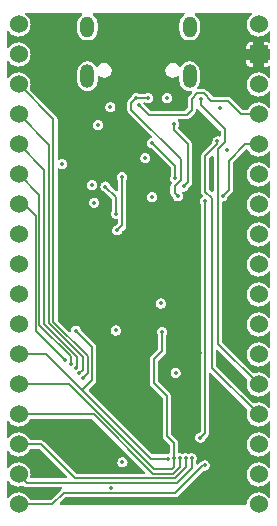
<source format=gbl>
G04 Layer: BottomLayer*
G04 EasyEDA v6.5.50, 2025-05-29 20:10:11*
G04 51d2a156a5c9454999fc887beed5754f,29d699c3718f4358a2dc827e738e4458,10*
G04 Gerber Generator version 0.2*
G04 Scale: 100 percent, Rotated: No, Reflected: No *
G04 Dimensions in inches *
G04 leading zeros omitted , absolute positions ,3 integer and 6 decimal *
%FSLAX36Y36*%
%MOIN*%

%ADD10C,0.0079*%
%ADD11O,0.047244X0.070866*%
%ADD12O,0.047244X0.07873999999999999*%
%ADD13C,0.0600*%
%ADD14R,0.0600X0.0600*%
%ADD15C,0.0240*%
%ADD16C,0.0138*%
%ADD17C,0.0198*%

%LPD*%
G36*
X245859Y-259220D02*
G01*
X244340Y-258900D01*
X243039Y-258039D01*
X237300Y-252320D01*
X236439Y-251020D01*
X236140Y-249480D01*
X236140Y-147520D01*
X236439Y-145980D01*
X237300Y-144680D01*
X243039Y-138960D01*
X244340Y-138100D01*
X245859Y-137780D01*
X247399Y-138100D01*
X248700Y-138960D01*
X249560Y-140260D01*
X249860Y-141780D01*
X249860Y-255219D01*
X249560Y-256740D01*
X248700Y-258039D01*
X247399Y-258900D01*
G37*

%LPD*%
G36*
X435319Y-878199D02*
G01*
X433720Y-877640D01*
X432500Y-876480D01*
X431540Y-875080D01*
X427939Y-871100D01*
X423840Y-867640D01*
X419320Y-864760D01*
X414440Y-862500D01*
X409320Y-860900D01*
X404020Y-860000D01*
X398660Y-859820D01*
X393320Y-860360D01*
X388100Y-861620D01*
X385840Y-862480D01*
X384320Y-862740D01*
X382840Y-862420D01*
X381560Y-861580D01*
X279300Y-759320D01*
X278440Y-758020D01*
X278140Y-756480D01*
X278140Y-292900D01*
X278380Y-291500D01*
X279120Y-290280D01*
X280220Y-289400D01*
X281560Y-288940D01*
X284020Y-288600D01*
X287100Y-287520D01*
X289900Y-285900D01*
X292360Y-283780D01*
X294360Y-281220D01*
X295840Y-278340D01*
X296480Y-276200D01*
X296880Y-275300D01*
X297480Y-274500D01*
X309840Y-262140D01*
X311840Y-259680D01*
X313180Y-257060D01*
X313960Y-254160D01*
X314140Y-251840D01*
X314140Y-162520D01*
X314440Y-160980D01*
X315300Y-159680D01*
X357780Y-117220D01*
X358980Y-116380D01*
X360379Y-116039D01*
X361820Y-116220D01*
X363100Y-116900D01*
X364060Y-118000D01*
X366860Y-122739D01*
X370180Y-126960D01*
X374040Y-130700D01*
X378380Y-133880D01*
X383080Y-136460D01*
X388080Y-138380D01*
X393320Y-139640D01*
X398660Y-140160D01*
X404020Y-139980D01*
X409320Y-139100D01*
X414440Y-137500D01*
X419320Y-135240D01*
X423840Y-132360D01*
X427939Y-128880D01*
X431540Y-124900D01*
X432500Y-123500D01*
X433720Y-122360D01*
X435319Y-121800D01*
X436980Y-121940D01*
X438440Y-122780D01*
X439440Y-124120D01*
X439799Y-125760D01*
X439799Y-174220D01*
X439440Y-175859D01*
X438440Y-177220D01*
X436980Y-178039D01*
X435319Y-178180D01*
X433720Y-177640D01*
X432500Y-176480D01*
X431540Y-175080D01*
X427939Y-171100D01*
X423840Y-167640D01*
X419320Y-164740D01*
X414440Y-162480D01*
X409320Y-160900D01*
X404020Y-160000D01*
X398660Y-159820D01*
X393320Y-160360D01*
X388100Y-161600D01*
X383080Y-163540D01*
X378380Y-166119D01*
X374060Y-169300D01*
X370200Y-173039D01*
X366860Y-177240D01*
X364120Y-181860D01*
X362040Y-186820D01*
X360620Y-191980D01*
X359900Y-197300D01*
X359900Y-202680D01*
X360620Y-208000D01*
X362040Y-213180D01*
X364120Y-218120D01*
X366860Y-222740D01*
X370200Y-226960D01*
X374060Y-230680D01*
X378380Y-233880D01*
X383080Y-236460D01*
X388100Y-238380D01*
X393320Y-239620D01*
X398660Y-240159D01*
X404020Y-239980D01*
X409320Y-239100D01*
X414440Y-237500D01*
X419320Y-235240D01*
X423840Y-232360D01*
X427939Y-228880D01*
X431540Y-224899D01*
X432500Y-223500D01*
X433720Y-222360D01*
X435319Y-221800D01*
X436980Y-221940D01*
X438440Y-222780D01*
X439440Y-224120D01*
X439799Y-225780D01*
X439799Y-274220D01*
X439440Y-275860D01*
X438440Y-277220D01*
X436980Y-278040D01*
X435319Y-278200D01*
X433720Y-277640D01*
X432500Y-276480D01*
X431540Y-275080D01*
X427939Y-271100D01*
X423840Y-267640D01*
X419320Y-264760D01*
X414440Y-262500D01*
X409320Y-260900D01*
X404020Y-260000D01*
X398660Y-259820D01*
X393320Y-260360D01*
X388100Y-261620D01*
X383080Y-263540D01*
X378380Y-266120D01*
X374060Y-269300D01*
X370200Y-273040D01*
X366860Y-277260D01*
X364120Y-281880D01*
X362040Y-286820D01*
X360620Y-292000D01*
X359900Y-297320D01*
X359900Y-302680D01*
X360620Y-308000D01*
X362040Y-313180D01*
X364120Y-318120D01*
X366860Y-322740D01*
X370200Y-326960D01*
X374060Y-330680D01*
X378380Y-333880D01*
X383080Y-336460D01*
X388100Y-338380D01*
X393320Y-339620D01*
X398660Y-340160D01*
X404020Y-339980D01*
X409320Y-339099D01*
X414440Y-337500D01*
X419320Y-335240D01*
X423840Y-332360D01*
X427939Y-328880D01*
X431540Y-324900D01*
X432500Y-323500D01*
X433720Y-322360D01*
X435319Y-321800D01*
X436980Y-321960D01*
X438440Y-322780D01*
X439440Y-324120D01*
X439799Y-325780D01*
X439799Y-374219D01*
X439440Y-375860D01*
X438440Y-377220D01*
X436980Y-378040D01*
X435319Y-378200D01*
X433720Y-377640D01*
X432500Y-376480D01*
X431540Y-375080D01*
X427939Y-371100D01*
X423840Y-367640D01*
X419320Y-364760D01*
X414440Y-362500D01*
X409320Y-360900D01*
X404020Y-360000D01*
X398660Y-359820D01*
X393320Y-360360D01*
X388100Y-361620D01*
X383080Y-363540D01*
X378380Y-366120D01*
X374060Y-369300D01*
X370200Y-373040D01*
X366860Y-377260D01*
X364120Y-381880D01*
X362040Y-386820D01*
X360620Y-392000D01*
X359900Y-397320D01*
X359900Y-402680D01*
X360620Y-408000D01*
X362040Y-413180D01*
X364120Y-418120D01*
X366860Y-422740D01*
X370200Y-426960D01*
X374060Y-430680D01*
X378380Y-433880D01*
X383080Y-436460D01*
X388100Y-438380D01*
X393320Y-439620D01*
X398660Y-440160D01*
X404020Y-439980D01*
X409320Y-439099D01*
X414440Y-437500D01*
X419320Y-435240D01*
X423840Y-432360D01*
X427939Y-428880D01*
X431540Y-424900D01*
X432500Y-423500D01*
X433720Y-422360D01*
X435319Y-421800D01*
X436980Y-421960D01*
X438440Y-422780D01*
X439440Y-424120D01*
X439799Y-425780D01*
X439799Y-474219D01*
X439440Y-475860D01*
X438440Y-477220D01*
X436980Y-478040D01*
X435319Y-478200D01*
X433720Y-477640D01*
X432500Y-476480D01*
X431540Y-475080D01*
X427939Y-471100D01*
X423840Y-467640D01*
X419320Y-464760D01*
X414440Y-462500D01*
X409320Y-460900D01*
X404020Y-460000D01*
X398660Y-459820D01*
X393320Y-460360D01*
X388100Y-461620D01*
X383080Y-463540D01*
X378380Y-466120D01*
X374060Y-469300D01*
X370200Y-473040D01*
X366860Y-477260D01*
X364120Y-481880D01*
X362040Y-486820D01*
X360620Y-492000D01*
X359900Y-497320D01*
X359900Y-502680D01*
X360620Y-508000D01*
X362040Y-513180D01*
X364120Y-518120D01*
X366860Y-522740D01*
X370200Y-526960D01*
X374060Y-530680D01*
X378380Y-533880D01*
X383080Y-536460D01*
X388100Y-538380D01*
X393320Y-539620D01*
X398660Y-540160D01*
X404020Y-539980D01*
X409320Y-539100D01*
X414440Y-537500D01*
X419320Y-535240D01*
X423840Y-532360D01*
X427939Y-528880D01*
X431540Y-524900D01*
X432500Y-523500D01*
X433720Y-522360D01*
X435319Y-521800D01*
X436980Y-521960D01*
X438440Y-522780D01*
X439440Y-524120D01*
X439799Y-525780D01*
X439799Y-574220D01*
X439440Y-575860D01*
X438440Y-577220D01*
X436980Y-578040D01*
X435319Y-578200D01*
X433720Y-577640D01*
X432500Y-576480D01*
X431540Y-575080D01*
X427939Y-571100D01*
X423840Y-567640D01*
X419320Y-564760D01*
X414440Y-562500D01*
X409320Y-560900D01*
X404020Y-560000D01*
X398660Y-559820D01*
X393320Y-560360D01*
X388100Y-561620D01*
X383080Y-563540D01*
X378380Y-566120D01*
X374060Y-569300D01*
X370200Y-573040D01*
X366860Y-577260D01*
X364120Y-581880D01*
X362040Y-586820D01*
X360620Y-592000D01*
X359900Y-597320D01*
X359900Y-602680D01*
X360620Y-608000D01*
X362040Y-613180D01*
X364120Y-618120D01*
X366860Y-622740D01*
X370200Y-626960D01*
X374060Y-630680D01*
X378380Y-633880D01*
X383080Y-636460D01*
X388100Y-638380D01*
X393320Y-639620D01*
X398660Y-640160D01*
X404020Y-639980D01*
X409320Y-639100D01*
X414440Y-637500D01*
X419320Y-635240D01*
X423840Y-632360D01*
X427939Y-628880D01*
X431540Y-624900D01*
X432500Y-623500D01*
X433720Y-622360D01*
X435319Y-621800D01*
X436980Y-621960D01*
X438440Y-622780D01*
X439440Y-624120D01*
X439799Y-625780D01*
X439799Y-674220D01*
X439440Y-675860D01*
X438440Y-677220D01*
X436980Y-678040D01*
X435319Y-678199D01*
X433720Y-677640D01*
X432500Y-676480D01*
X431540Y-675080D01*
X427939Y-671100D01*
X423840Y-667640D01*
X419320Y-664760D01*
X414440Y-662500D01*
X409320Y-660900D01*
X404020Y-660000D01*
X398660Y-659820D01*
X393320Y-660360D01*
X388100Y-661620D01*
X383080Y-663540D01*
X378380Y-666120D01*
X374060Y-669300D01*
X370200Y-673040D01*
X366860Y-677260D01*
X364120Y-681880D01*
X362040Y-686820D01*
X360620Y-692000D01*
X359900Y-697320D01*
X359900Y-702680D01*
X360620Y-708000D01*
X362040Y-713180D01*
X364120Y-718120D01*
X366860Y-722740D01*
X370200Y-726960D01*
X374060Y-730680D01*
X378380Y-733880D01*
X383080Y-736460D01*
X388100Y-738379D01*
X393320Y-739620D01*
X398660Y-740160D01*
X404020Y-739980D01*
X409320Y-739100D01*
X414440Y-737500D01*
X419320Y-735240D01*
X423840Y-732360D01*
X427939Y-728880D01*
X431540Y-724900D01*
X432500Y-723500D01*
X433720Y-722360D01*
X435319Y-721800D01*
X436980Y-721960D01*
X438440Y-722780D01*
X439440Y-724120D01*
X439799Y-725780D01*
X439799Y-774220D01*
X439440Y-775860D01*
X438440Y-777220D01*
X436980Y-778040D01*
X435319Y-778199D01*
X433720Y-777640D01*
X432500Y-776480D01*
X431540Y-775080D01*
X427939Y-771100D01*
X423840Y-767640D01*
X419320Y-764760D01*
X414440Y-762500D01*
X409320Y-760900D01*
X404020Y-760000D01*
X398660Y-759820D01*
X393320Y-760360D01*
X388100Y-761620D01*
X383080Y-763540D01*
X378380Y-766120D01*
X374060Y-769300D01*
X370200Y-773040D01*
X366860Y-777260D01*
X364120Y-781880D01*
X362040Y-786820D01*
X360620Y-792000D01*
X359900Y-797320D01*
X359900Y-802680D01*
X360620Y-808000D01*
X362040Y-813180D01*
X364120Y-818120D01*
X366860Y-822740D01*
X370200Y-826960D01*
X374060Y-830680D01*
X378380Y-833880D01*
X383080Y-836460D01*
X388100Y-838379D01*
X393320Y-839620D01*
X398660Y-840160D01*
X404020Y-839980D01*
X409320Y-839100D01*
X414440Y-837500D01*
X419320Y-835240D01*
X423840Y-832360D01*
X427939Y-828880D01*
X431540Y-824900D01*
X432500Y-823500D01*
X433720Y-822360D01*
X435319Y-821800D01*
X436980Y-821960D01*
X438440Y-822780D01*
X439440Y-824120D01*
X439799Y-825780D01*
X439799Y-874220D01*
X439440Y-875860D01*
X438440Y-877220D01*
X436980Y-878040D01*
G37*

%LPD*%
G36*
X435319Y-978199D02*
G01*
X433720Y-977640D01*
X432500Y-976480D01*
X431540Y-975080D01*
X427939Y-971100D01*
X423840Y-967640D01*
X419320Y-964760D01*
X414440Y-962500D01*
X409320Y-960900D01*
X404020Y-960000D01*
X398660Y-959820D01*
X393320Y-960360D01*
X388100Y-961620D01*
X385840Y-962480D01*
X384320Y-962740D01*
X382840Y-962420D01*
X381560Y-961580D01*
X259300Y-839320D01*
X258440Y-838020D01*
X258140Y-836480D01*
X258140Y-787780D01*
X258440Y-786260D01*
X259300Y-784960D01*
X260600Y-784100D01*
X262140Y-783780D01*
X263660Y-784100D01*
X264960Y-784960D01*
X361560Y-881540D01*
X362420Y-882860D01*
X362720Y-884400D01*
X362400Y-885939D01*
X362040Y-886820D01*
X360620Y-892000D01*
X359900Y-897320D01*
X359900Y-902680D01*
X360620Y-908000D01*
X362040Y-913180D01*
X364120Y-918120D01*
X366860Y-922740D01*
X370200Y-926960D01*
X374060Y-930680D01*
X378380Y-933880D01*
X383080Y-936460D01*
X388100Y-938379D01*
X393320Y-939620D01*
X398660Y-940160D01*
X404020Y-939980D01*
X409320Y-939100D01*
X414440Y-937500D01*
X419320Y-935240D01*
X423840Y-932360D01*
X427939Y-928880D01*
X431540Y-924900D01*
X432500Y-923500D01*
X433720Y-922360D01*
X435319Y-921800D01*
X436980Y-921940D01*
X438440Y-922780D01*
X439440Y-924120D01*
X439799Y-925780D01*
X439799Y-974220D01*
X439440Y-975860D01*
X438440Y-977220D01*
X436980Y-978040D01*
G37*

%LPD*%
G36*
X-205680Y-1197860D02*
G01*
X-207220Y-1197560D01*
X-208520Y-1196700D01*
X-315060Y-1090160D01*
X-317520Y-1088160D01*
X-320140Y-1086820D01*
X-323040Y-1086040D01*
X-325360Y-1085860D01*
X-359760Y-1085860D01*
X-361180Y-1085600D01*
X-362440Y-1084820D01*
X-363320Y-1083660D01*
X-365420Y-1079520D01*
X-368459Y-1075080D01*
X-372060Y-1071100D01*
X-376160Y-1067640D01*
X-380680Y-1064760D01*
X-385560Y-1062500D01*
X-390680Y-1060900D01*
X-395980Y-1060000D01*
X-401340Y-1059820D01*
X-406680Y-1060360D01*
X-411900Y-1061620D01*
X-416920Y-1063540D01*
X-421620Y-1066120D01*
X-425940Y-1069300D01*
X-429799Y-1073040D01*
X-432660Y-1076660D01*
X-433920Y-1077700D01*
X-435480Y-1078160D01*
X-437120Y-1077960D01*
X-438519Y-1077100D01*
X-439460Y-1075780D01*
X-439799Y-1074180D01*
X-439799Y-1025819D01*
X-439460Y-1024220D01*
X-438519Y-1022880D01*
X-437120Y-1022039D01*
X-435480Y-1021840D01*
X-433920Y-1022300D01*
X-432660Y-1023340D01*
X-429799Y-1026960D01*
X-425940Y-1030699D01*
X-421620Y-1033880D01*
X-416920Y-1036460D01*
X-411900Y-1038379D01*
X-406680Y-1039620D01*
X-401340Y-1040160D01*
X-395980Y-1039980D01*
X-390680Y-1039100D01*
X-385560Y-1037500D01*
X-380680Y-1035240D01*
X-376160Y-1032360D01*
X-372060Y-1028880D01*
X-368459Y-1024900D01*
X-365420Y-1020480D01*
X-363320Y-1016340D01*
X-362440Y-1015180D01*
X-361200Y-1014400D01*
X-359760Y-1014140D01*
X-156520Y-1014140D01*
X-154980Y-1014440D01*
X-153680Y-1015300D01*
X22040Y-1191040D01*
X22900Y-1192340D01*
X23220Y-1193860D01*
X22900Y-1195400D01*
X22040Y-1196700D01*
X20740Y-1197560D01*
X19220Y-1197860D01*
G37*

%LPC*%
G36*
X-52840Y-1176440D02*
G01*
X-49640Y-1175980D01*
X-46560Y-1174920D01*
X-43760Y-1173300D01*
X-41300Y-1171180D01*
X-39300Y-1168620D01*
X-37820Y-1165740D01*
X-36900Y-1162620D01*
X-36580Y-1159400D01*
X-36900Y-1156160D01*
X-37820Y-1153060D01*
X-39300Y-1150160D01*
X-41300Y-1147620D01*
X-43760Y-1145500D01*
X-46560Y-1143860D01*
X-49640Y-1142800D01*
X-52840Y-1142340D01*
X-56080Y-1142500D01*
X-59240Y-1143260D01*
X-62200Y-1144620D01*
X-64840Y-1146500D01*
X-67080Y-1148840D01*
X-68840Y-1151580D01*
X-70040Y-1154580D01*
X-70660Y-1157780D01*
X-70660Y-1161020D01*
X-70040Y-1164200D01*
X-68840Y-1167220D01*
X-67080Y-1169960D01*
X-64840Y-1172300D01*
X-62200Y-1174180D01*
X-59240Y-1175520D01*
X-56080Y-1176300D01*
G37*

%LPD*%
G36*
X-356800Y-1212860D02*
G01*
X-358519Y-1212480D01*
X-359900Y-1211400D01*
X-360680Y-1209820D01*
X-360720Y-1208060D01*
X-360160Y-1205360D01*
X-359799Y-1200000D01*
X-360160Y-1194640D01*
X-361240Y-1189380D01*
X-363000Y-1184300D01*
X-365420Y-1179520D01*
X-368459Y-1175080D01*
X-372060Y-1171100D01*
X-376160Y-1167640D01*
X-380680Y-1164760D01*
X-385560Y-1162500D01*
X-390680Y-1160900D01*
X-395980Y-1160000D01*
X-401340Y-1159820D01*
X-406680Y-1160360D01*
X-411900Y-1161620D01*
X-416920Y-1163540D01*
X-421620Y-1166120D01*
X-425940Y-1169300D01*
X-429799Y-1173040D01*
X-432660Y-1176660D01*
X-433920Y-1177700D01*
X-435480Y-1178160D01*
X-437120Y-1177960D01*
X-438519Y-1177100D01*
X-439460Y-1175780D01*
X-439799Y-1174180D01*
X-439799Y-1125820D01*
X-439460Y-1124220D01*
X-438519Y-1122880D01*
X-437120Y-1122040D01*
X-435480Y-1121840D01*
X-433920Y-1122300D01*
X-432660Y-1123340D01*
X-429799Y-1126960D01*
X-425940Y-1130700D01*
X-421620Y-1133880D01*
X-416920Y-1136460D01*
X-411900Y-1138380D01*
X-406680Y-1139620D01*
X-401340Y-1140160D01*
X-395980Y-1139980D01*
X-390680Y-1139100D01*
X-385560Y-1137500D01*
X-380680Y-1135240D01*
X-376160Y-1132360D01*
X-372060Y-1128880D01*
X-368459Y-1124900D01*
X-365420Y-1120480D01*
X-363320Y-1116340D01*
X-362440Y-1115180D01*
X-361200Y-1114400D01*
X-359760Y-1114140D01*
X-332720Y-1114140D01*
X-331180Y-1114440D01*
X-329880Y-1115300D01*
X-239160Y-1206040D01*
X-238299Y-1207340D01*
X-237979Y-1208860D01*
X-238299Y-1210400D01*
X-239160Y-1211700D01*
X-240460Y-1212560D01*
X-241980Y-1212860D01*
G37*

%LPD*%
G36*
X-359760Y-1285860D02*
G01*
X-361180Y-1285600D01*
X-362440Y-1284820D01*
X-363320Y-1283660D01*
X-365420Y-1279520D01*
X-368459Y-1275080D01*
X-372060Y-1271100D01*
X-376160Y-1267640D01*
X-380680Y-1264760D01*
X-385560Y-1262500D01*
X-390680Y-1260900D01*
X-395980Y-1260000D01*
X-401340Y-1259820D01*
X-406680Y-1260360D01*
X-411900Y-1261620D01*
X-416920Y-1263540D01*
X-421620Y-1266120D01*
X-425940Y-1269300D01*
X-429799Y-1273040D01*
X-432660Y-1276660D01*
X-433920Y-1277700D01*
X-435480Y-1278160D01*
X-437120Y-1277960D01*
X-438519Y-1277100D01*
X-439460Y-1275780D01*
X-439799Y-1274180D01*
X-439799Y-1225820D01*
X-439460Y-1224220D01*
X-438519Y-1222880D01*
X-437120Y-1222040D01*
X-435480Y-1221840D01*
X-433920Y-1222300D01*
X-432660Y-1223340D01*
X-429799Y-1226960D01*
X-425940Y-1230700D01*
X-421620Y-1233880D01*
X-416920Y-1236460D01*
X-411900Y-1238380D01*
X-406680Y-1239620D01*
X-401340Y-1240160D01*
X-395980Y-1239980D01*
X-390680Y-1239100D01*
X-385319Y-1237420D01*
X-384060Y-1237260D01*
X-382819Y-1237480D01*
X-381700Y-1238080D01*
X-380740Y-1238820D01*
X-378060Y-1240180D01*
X-375160Y-1240960D01*
X-372840Y-1241140D01*
X-257800Y-1241140D01*
X-256100Y-1241520D01*
X-254740Y-1242560D01*
X-253939Y-1244100D01*
X-253860Y-1245840D01*
X-254520Y-1247440D01*
X-255799Y-1248600D01*
X-257540Y-1249600D01*
X-259300Y-1251120D01*
X-292880Y-1284700D01*
X-294180Y-1285560D01*
X-295720Y-1285860D01*
G37*

%LPD*%
G36*
X-259560Y-1301000D02*
G01*
X-261080Y-1300700D01*
X-262380Y-1299820D01*
X-263240Y-1298540D01*
X-263560Y-1297000D01*
X-263240Y-1295460D01*
X-262380Y-1294180D01*
X-244520Y-1276300D01*
X-243220Y-1275440D01*
X-241680Y-1275140D01*
X122800Y-1275140D01*
X125940Y-1274800D01*
X128740Y-1273900D01*
X131340Y-1272400D01*
X133100Y-1270880D01*
X215859Y-1188120D01*
X217260Y-1187220D01*
X218880Y-1186960D01*
X220820Y-1187060D01*
X224020Y-1186600D01*
X227100Y-1185520D01*
X229899Y-1183900D01*
X232360Y-1181780D01*
X234360Y-1179220D01*
X235840Y-1176340D01*
X236759Y-1173240D01*
X237079Y-1170000D01*
X236759Y-1166760D01*
X235840Y-1163660D01*
X234360Y-1160780D01*
X232360Y-1158220D01*
X229899Y-1156100D01*
X227100Y-1154480D01*
X224020Y-1153400D01*
X220820Y-1152940D01*
X217580Y-1153100D01*
X214420Y-1153860D01*
X211460Y-1155220D01*
X209960Y-1156280D01*
X208359Y-1157040D01*
X205660Y-1158600D01*
X203900Y-1160120D01*
X198160Y-1165840D01*
X196860Y-1166700D01*
X195340Y-1167020D01*
X193800Y-1166700D01*
X192500Y-1165840D01*
X191640Y-1164540D01*
X191340Y-1163020D01*
X191340Y-1156240D01*
X191439Y-1155300D01*
X191780Y-1154400D01*
X193020Y-1152020D01*
X193920Y-1148900D01*
X194240Y-1145660D01*
X193920Y-1142440D01*
X193020Y-1139320D01*
X191520Y-1136440D01*
X189520Y-1133880D01*
X187060Y-1131760D01*
X184259Y-1130140D01*
X181180Y-1129080D01*
X177979Y-1128620D01*
X174740Y-1128760D01*
X171580Y-1129540D01*
X168960Y-1130740D01*
X167740Y-1131060D01*
X166480Y-1131000D01*
X164579Y-1130140D01*
X161500Y-1129080D01*
X158300Y-1128620D01*
X155060Y-1128760D01*
X151900Y-1129540D01*
X149280Y-1130740D01*
X148060Y-1131060D01*
X146800Y-1131000D01*
X144880Y-1130140D01*
X141820Y-1129080D01*
X138600Y-1128620D01*
X136380Y-1128720D01*
X134800Y-1128480D01*
X133440Y-1127620D01*
X132520Y-1126300D01*
X132200Y-1124740D01*
X132140Y-1095180D01*
X131800Y-1092040D01*
X130879Y-1089240D01*
X129380Y-1086640D01*
X127880Y-1084900D01*
X110300Y-1067320D01*
X109440Y-1066020D01*
X109140Y-1064480D01*
X109140Y-940200D01*
X108800Y-937060D01*
X107899Y-934260D01*
X106400Y-931660D01*
X104880Y-929900D01*
X66300Y-891320D01*
X65439Y-890020D01*
X65140Y-888480D01*
X65140Y-823520D01*
X65439Y-821979D01*
X66300Y-820680D01*
X88539Y-798439D01*
X90540Y-795980D01*
X91880Y-793360D01*
X92660Y-790460D01*
X92840Y-788139D01*
X92840Y-735120D01*
X92940Y-734180D01*
X93280Y-733280D01*
X94580Y-730759D01*
X95500Y-727640D01*
X95820Y-724400D01*
X95500Y-721180D01*
X94580Y-718060D01*
X93100Y-715180D01*
X91100Y-712620D01*
X88640Y-710500D01*
X85840Y-708880D01*
X82760Y-707820D01*
X79560Y-707360D01*
X76320Y-707520D01*
X73160Y-708280D01*
X70200Y-709620D01*
X67560Y-711500D01*
X65320Y-713860D01*
X63560Y-716580D01*
X62360Y-719599D01*
X61740Y-722780D01*
X61740Y-726040D01*
X62360Y-729220D01*
X63560Y-732240D01*
X64400Y-733820D01*
X64560Y-734960D01*
X64560Y-780780D01*
X64260Y-782320D01*
X63400Y-783620D01*
X41160Y-805860D01*
X39160Y-808319D01*
X37820Y-810939D01*
X37040Y-813840D01*
X36860Y-816160D01*
X36860Y-895800D01*
X37200Y-898940D01*
X38100Y-901740D01*
X39600Y-904340D01*
X41120Y-906100D01*
X79700Y-944680D01*
X80559Y-945980D01*
X80860Y-947520D01*
X80860Y-1071800D01*
X81199Y-1074940D01*
X82100Y-1077740D01*
X83600Y-1080340D01*
X85120Y-1082100D01*
X102700Y-1099700D01*
X103580Y-1101000D01*
X103880Y-1102520D01*
X103920Y-1126200D01*
X103560Y-1127860D01*
X102540Y-1129240D01*
X101060Y-1130040D01*
X99360Y-1130160D01*
X97820Y-1129940D01*
X94580Y-1130100D01*
X91440Y-1130860D01*
X87980Y-1132480D01*
X86280Y-1132860D01*
X47520Y-1132860D01*
X45980Y-1132560D01*
X44680Y-1131700D01*
X-165880Y-921120D01*
X-166740Y-919840D01*
X-167060Y-918300D01*
X-166740Y-916760D01*
X-165880Y-915480D01*
X-145160Y-894740D01*
X-143160Y-892280D01*
X-141820Y-889659D01*
X-141040Y-886760D01*
X-140860Y-884440D01*
X-140860Y-774300D01*
X-141200Y-771160D01*
X-142100Y-768360D01*
X-143600Y-765759D01*
X-145120Y-763980D01*
X-191160Y-718040D01*
X-191759Y-717260D01*
X-192160Y-716340D01*
X-192820Y-714120D01*
X-194300Y-711240D01*
X-196300Y-708700D01*
X-198760Y-706560D01*
X-201560Y-704940D01*
X-204640Y-703880D01*
X-207840Y-703420D01*
X-211100Y-703580D01*
X-214240Y-704340D01*
X-217200Y-705680D01*
X-219840Y-707560D01*
X-222079Y-709920D01*
X-223840Y-712640D01*
X-225040Y-715660D01*
X-225660Y-718840D01*
X-225660Y-721100D01*
X-225960Y-722620D01*
X-226820Y-723920D01*
X-228120Y-724800D01*
X-229660Y-725100D01*
X-231180Y-724800D01*
X-232480Y-723920D01*
X-268200Y-688220D01*
X-269060Y-686919D01*
X-269360Y-685380D01*
X-269360Y-183340D01*
X-269040Y-181800D01*
X-268160Y-180479D01*
X-266820Y-179620D01*
X-265240Y-179340D01*
X-263700Y-179700D01*
X-260580Y-181140D01*
X-257420Y-181900D01*
X-254180Y-182060D01*
X-250980Y-181600D01*
X-247900Y-180520D01*
X-245100Y-178900D01*
X-242640Y-176780D01*
X-240640Y-174220D01*
X-239160Y-171340D01*
X-238240Y-168240D01*
X-237920Y-165000D01*
X-238240Y-161759D01*
X-239160Y-158660D01*
X-240640Y-155780D01*
X-242640Y-153220D01*
X-245100Y-151100D01*
X-247900Y-149480D01*
X-250980Y-148400D01*
X-254180Y-147940D01*
X-257420Y-148100D01*
X-260580Y-148860D01*
X-263700Y-150300D01*
X-265240Y-150660D01*
X-266820Y-150380D01*
X-268160Y-149520D01*
X-269040Y-148200D01*
X-269360Y-146660D01*
X-269360Y-16700D01*
X-269700Y-13560D01*
X-270600Y-10760D01*
X-272100Y-8159D01*
X-273620Y-6400D01*
X-361560Y81560D01*
X-362400Y82780D01*
X-362740Y84240D01*
X-362520Y85700D01*
X-361240Y89380D01*
X-360160Y94640D01*
X-359799Y100000D01*
X-360160Y105360D01*
X-361240Y110620D01*
X-363000Y115700D01*
X-365420Y120480D01*
X-368459Y124900D01*
X-372060Y128900D01*
X-376160Y132360D01*
X-380680Y135240D01*
X-385560Y137500D01*
X-390680Y139100D01*
X-395980Y140000D01*
X-401340Y140160D01*
X-406680Y139640D01*
X-411900Y138380D01*
X-416920Y136460D01*
X-421620Y133880D01*
X-425940Y130700D01*
X-429799Y126960D01*
X-432660Y123360D01*
X-433920Y122300D01*
X-435480Y121840D01*
X-437120Y122060D01*
X-438519Y122899D01*
X-439460Y124220D01*
X-439799Y125820D01*
X-439799Y174180D01*
X-439460Y175780D01*
X-438519Y177100D01*
X-437120Y177960D01*
X-435480Y178160D01*
X-433920Y177700D01*
X-432660Y176660D01*
X-429799Y173039D01*
X-425940Y169300D01*
X-421620Y166119D01*
X-416920Y163540D01*
X-411900Y161620D01*
X-406680Y160360D01*
X-401340Y159840D01*
X-395980Y160020D01*
X-390680Y160900D01*
X-385560Y162500D01*
X-380680Y164760D01*
X-376160Y167640D01*
X-372060Y171100D01*
X-368459Y175100D01*
X-365420Y179520D01*
X-363000Y184300D01*
X-361240Y189380D01*
X-360160Y194640D01*
X-359799Y200000D01*
X-360160Y205360D01*
X-361240Y210620D01*
X-363000Y215700D01*
X-365420Y220479D01*
X-368459Y224899D01*
X-372060Y228900D01*
X-376160Y232360D01*
X-380680Y235240D01*
X-385560Y237500D01*
X-390680Y239100D01*
X-395980Y239980D01*
X-401340Y240159D01*
X-406680Y239640D01*
X-411900Y238380D01*
X-416920Y236460D01*
X-421620Y233880D01*
X-425940Y230700D01*
X-429799Y226960D01*
X-432660Y223340D01*
X-433920Y222300D01*
X-435480Y221840D01*
X-437120Y222040D01*
X-438519Y222900D01*
X-439460Y224220D01*
X-439799Y225820D01*
X-439799Y274180D01*
X-439460Y275780D01*
X-438519Y277100D01*
X-437120Y277960D01*
X-435480Y278160D01*
X-433920Y277700D01*
X-432660Y276660D01*
X-429799Y273040D01*
X-425940Y269300D01*
X-421620Y266120D01*
X-416920Y263540D01*
X-411900Y261620D01*
X-406680Y260360D01*
X-401340Y259840D01*
X-395980Y260000D01*
X-390680Y260900D01*
X-385560Y262500D01*
X-380680Y264760D01*
X-376160Y267640D01*
X-372060Y271100D01*
X-368459Y275100D01*
X-365420Y279520D01*
X-363000Y284300D01*
X-361240Y289380D01*
X-360160Y294640D01*
X-359799Y300000D01*
X-360160Y305360D01*
X-361240Y310620D01*
X-363000Y315680D01*
X-365420Y320480D01*
X-368459Y324900D01*
X-372060Y328880D01*
X-376280Y332420D01*
X-377480Y333620D01*
X-378080Y335220D01*
X-377960Y336920D01*
X-377140Y338420D01*
X-375780Y339440D01*
X-374120Y339799D01*
X-191080Y339799D01*
X-189460Y339460D01*
X-188120Y338480D01*
X-187280Y337060D01*
X-187100Y335420D01*
X-187600Y333840D01*
X-188680Y332600D01*
X-192420Y329799D01*
X-195840Y326380D01*
X-198720Y322520D01*
X-201040Y318280D01*
X-202719Y313760D01*
X-203760Y309060D01*
X-204100Y304100D01*
X-204100Y280760D01*
X-203760Y275820D01*
X-202719Y271100D01*
X-201040Y266580D01*
X-198720Y262340D01*
X-195840Y258480D01*
X-192420Y255060D01*
X-188560Y252180D01*
X-184320Y249860D01*
X-179800Y248180D01*
X-175100Y247160D01*
X-170280Y246820D01*
X-165479Y247160D01*
X-160760Y248180D01*
X-156240Y249860D01*
X-152000Y252180D01*
X-148140Y255060D01*
X-144740Y258480D01*
X-141840Y262340D01*
X-139520Y266580D01*
X-137840Y271100D01*
X-136820Y275820D01*
X-136460Y280760D01*
X-136460Y304100D01*
X-136820Y309060D01*
X-137840Y313760D01*
X-139520Y318280D01*
X-141840Y322520D01*
X-144740Y326380D01*
X-148140Y329799D01*
X-151880Y332600D01*
X-152980Y333840D01*
X-153460Y335420D01*
X-153280Y337060D01*
X-152440Y338480D01*
X-151100Y339460D01*
X-149480Y339799D01*
X149460Y339799D01*
X151080Y339460D01*
X152420Y338480D01*
X153260Y337060D01*
X153440Y335420D01*
X152960Y333840D01*
X151860Y332600D01*
X148120Y329799D01*
X144720Y326380D01*
X141820Y322520D01*
X139500Y318280D01*
X137820Y313760D01*
X136800Y309060D01*
X136440Y304100D01*
X136440Y280760D01*
X136800Y275820D01*
X137820Y271100D01*
X139500Y266580D01*
X141820Y262340D01*
X144720Y258480D01*
X148120Y255060D01*
X151980Y252180D01*
X156220Y249860D01*
X160740Y248180D01*
X165460Y247160D01*
X170260Y246820D01*
X175080Y247160D01*
X179780Y248180D01*
X184300Y249860D01*
X188540Y252180D01*
X192399Y255060D01*
X195820Y258480D01*
X198700Y262340D01*
X201020Y266580D01*
X202700Y271100D01*
X203740Y275820D01*
X204080Y280760D01*
X204080Y304100D01*
X203740Y309060D01*
X202700Y313760D01*
X201020Y318280D01*
X198700Y322520D01*
X195820Y326380D01*
X192399Y329799D01*
X188660Y332600D01*
X187580Y333840D01*
X187079Y335420D01*
X187260Y337060D01*
X188100Y338480D01*
X189440Y339460D01*
X191060Y339799D01*
X374240Y339799D01*
X375860Y339460D01*
X377200Y338480D01*
X378040Y337040D01*
X378220Y335400D01*
X377720Y333820D01*
X376620Y332580D01*
X374060Y330700D01*
X370200Y326960D01*
X366860Y322740D01*
X364120Y318120D01*
X362040Y313180D01*
X360620Y308000D01*
X359900Y302680D01*
X359900Y297320D01*
X360620Y292000D01*
X362040Y286820D01*
X364120Y281880D01*
X366860Y277260D01*
X370200Y273040D01*
X374060Y269300D01*
X378380Y266120D01*
X383080Y263540D01*
X388100Y261620D01*
X393320Y260360D01*
X398660Y259840D01*
X404020Y260000D01*
X409320Y260900D01*
X414440Y262500D01*
X419320Y264760D01*
X423840Y267640D01*
X427939Y271100D01*
X431540Y275100D01*
X432500Y276480D01*
X433720Y277640D01*
X435319Y278200D01*
X436980Y278040D01*
X438440Y277220D01*
X439440Y275860D01*
X439799Y274220D01*
X439799Y242920D01*
X439520Y241439D01*
X438700Y240159D01*
X437460Y239280D01*
X435980Y238920D01*
X434480Y239140D01*
X432260Y239920D01*
X429780Y240200D01*
X417500Y240200D01*
X417500Y217500D01*
X435800Y217500D01*
X437320Y217200D01*
X438620Y216320D01*
X439500Y215040D01*
X439799Y213500D01*
X439799Y186500D01*
X439500Y184960D01*
X438620Y183680D01*
X437320Y182800D01*
X435800Y182500D01*
X417500Y182500D01*
X417500Y159800D01*
X429780Y159800D01*
X432260Y160080D01*
X434480Y160859D01*
X435980Y161080D01*
X437460Y160720D01*
X438700Y159840D01*
X439520Y158560D01*
X439799Y157080D01*
X439799Y125780D01*
X439440Y124120D01*
X438440Y122780D01*
X436980Y121960D01*
X435319Y121800D01*
X433720Y122360D01*
X432500Y123500D01*
X431540Y124900D01*
X427939Y128900D01*
X423840Y132360D01*
X419320Y135240D01*
X414440Y137500D01*
X409320Y139100D01*
X404020Y140000D01*
X398660Y140160D01*
X393320Y139640D01*
X388080Y138380D01*
X383080Y136460D01*
X378380Y133880D01*
X374040Y130700D01*
X370180Y126960D01*
X366860Y122739D01*
X364120Y118120D01*
X362020Y113180D01*
X360620Y108000D01*
X359900Y102680D01*
X359900Y97320D01*
X360620Y92000D01*
X362020Y86820D01*
X364120Y81880D01*
X366860Y77260D01*
X370180Y73040D01*
X374040Y69300D01*
X378380Y66120D01*
X383080Y63540D01*
X388080Y61620D01*
X393320Y60359D01*
X398660Y59840D01*
X404020Y60020D01*
X409320Y60900D01*
X414440Y62500D01*
X419320Y64760D01*
X423840Y67640D01*
X427939Y71120D01*
X431540Y75100D01*
X432500Y76500D01*
X433720Y77640D01*
X435319Y78200D01*
X436980Y78060D01*
X438440Y77220D01*
X439440Y75880D01*
X439799Y74240D01*
X439799Y25780D01*
X439440Y24120D01*
X438440Y22780D01*
X436980Y21960D01*
X435319Y21800D01*
X433720Y22360D01*
X432500Y23500D01*
X431540Y24900D01*
X427939Y28900D01*
X423840Y32360D01*
X419320Y35240D01*
X414440Y37500D01*
X409320Y39100D01*
X404020Y40000D01*
X398660Y40160D01*
X393320Y39640D01*
X388080Y38380D01*
X383080Y36460D01*
X378380Y33880D01*
X374040Y30700D01*
X370180Y26960D01*
X366860Y22740D01*
X364120Y18120D01*
X363459Y16580D01*
X362600Y15300D01*
X361300Y14440D01*
X359780Y14140D01*
X349520Y14140D01*
X347980Y14440D01*
X346680Y15300D01*
X307140Y54840D01*
X304680Y56840D01*
X302060Y58179D01*
X299160Y58960D01*
X296840Y59140D01*
X250520Y59140D01*
X248980Y59440D01*
X247680Y60300D01*
X228140Y79840D01*
X225680Y81840D01*
X223060Y83180D01*
X220159Y83960D01*
X217840Y84140D01*
X199440Y84140D01*
X197719Y84520D01*
X196340Y85600D01*
X195560Y87180D01*
X195520Y88940D01*
X196240Y90540D01*
X198700Y93840D01*
X201020Y98080D01*
X202700Y102600D01*
X203740Y107300D01*
X204080Y112260D01*
X204080Y143480D01*
X203740Y148420D01*
X202700Y153140D01*
X201020Y157660D01*
X198700Y161900D01*
X195820Y165760D01*
X192399Y169180D01*
X188540Y172060D01*
X184300Y174380D01*
X179780Y176060D01*
X175080Y177079D01*
X170260Y177420D01*
X165460Y177079D01*
X160740Y176060D01*
X156220Y174380D01*
X151980Y172060D01*
X148120Y169180D01*
X144720Y165760D01*
X141680Y161660D01*
X140620Y160400D01*
X139140Y159700D01*
X137520Y159620D01*
X135980Y160219D01*
X134820Y161380D01*
X133840Y162880D01*
X131060Y165920D01*
X127800Y168440D01*
X124179Y170400D01*
X120280Y171740D01*
X116220Y172420D01*
X112100Y172420D01*
X108040Y171740D01*
X104140Y170400D01*
X100520Y168440D01*
X97260Y165920D01*
X94480Y162880D01*
X92220Y159440D01*
X90559Y155660D01*
X89560Y151660D01*
X89200Y147560D01*
X89560Y143440D01*
X90559Y139460D01*
X92220Y135680D01*
X94480Y132240D01*
X97260Y129200D01*
X100520Y126660D01*
X104140Y124700D01*
X108040Y123360D01*
X112100Y122700D01*
X116220Y122700D01*
X120280Y123360D01*
X124179Y124700D01*
X127800Y126660D01*
X129980Y128360D01*
X131580Y129120D01*
X133360Y129100D01*
X134960Y128320D01*
X136060Y126940D01*
X136440Y125200D01*
X136440Y112260D01*
X136800Y107300D01*
X137820Y102600D01*
X139500Y98080D01*
X141820Y93840D01*
X144720Y89980D01*
X148120Y86560D01*
X151980Y83680D01*
X156220Y81359D01*
X160740Y79680D01*
X165460Y78660D01*
X170260Y78300D01*
X174700Y78620D01*
X176300Y78420D01*
X177680Y77600D01*
X178619Y76300D01*
X178980Y74740D01*
X178700Y73160D01*
X177820Y71800D01*
X168160Y62140D01*
X166160Y59680D01*
X164820Y57060D01*
X164040Y54160D01*
X163860Y51840D01*
X163860Y23520D01*
X163560Y21980D01*
X162700Y20680D01*
X155320Y13300D01*
X154020Y12440D01*
X152480Y12140D01*
X41000Y12140D01*
X39480Y12440D01*
X38180Y13300D01*
X17480Y34000D01*
X16600Y35360D01*
X16319Y36960D01*
X16700Y38540D01*
X17660Y39820D01*
X19520Y40780D01*
X21020Y40980D01*
X22460Y40599D01*
X25940Y38980D01*
X29060Y38220D01*
X32300Y38060D01*
X35520Y38520D01*
X38580Y39580D01*
X41400Y41220D01*
X43860Y43339D01*
X45860Y45880D01*
X47340Y48780D01*
X48259Y51880D01*
X48560Y55119D01*
X48259Y58339D01*
X47340Y61460D01*
X45860Y64340D01*
X43860Y66900D01*
X41400Y69020D01*
X38580Y70640D01*
X35520Y71700D01*
X32300Y72180D01*
X29060Y72020D01*
X25940Y71260D01*
X22460Y69640D01*
X20780Y69260D01*
X2700Y69260D01*
X1660Y69400D01*
X700Y69800D01*
X-780Y70640D01*
X-3840Y71700D01*
X-7060Y72180D01*
X-10300Y72020D01*
X-13460Y71260D01*
X-16400Y69900D01*
X-19060Y68020D01*
X-21300Y65680D01*
X-23040Y62939D01*
X-24700Y58540D01*
X-25400Y57580D01*
X-33440Y49540D01*
X-35440Y47080D01*
X-36780Y44460D01*
X-37560Y41560D01*
X-37740Y39240D01*
X-37740Y15900D01*
X-37400Y12760D01*
X-36500Y9960D01*
X-35000Y7360D01*
X-33480Y5600D01*
X43680Y-71580D01*
X44600Y-72980D01*
X44840Y-74640D01*
X44400Y-76260D01*
X43320Y-77560D01*
X41800Y-78280D01*
X39420Y-78860D01*
X36460Y-80220D01*
X33820Y-82100D01*
X31580Y-84440D01*
X29820Y-87180D01*
X28620Y-90200D01*
X28000Y-93379D01*
X28000Y-96620D01*
X28620Y-99800D01*
X29820Y-102820D01*
X31580Y-105559D01*
X33820Y-107899D01*
X36460Y-109780D01*
X39420Y-111140D01*
X41620Y-111820D01*
X42480Y-112480D01*
X106740Y-176740D01*
X107600Y-178020D01*
X107899Y-179560D01*
X107899Y-201980D01*
X107739Y-203120D01*
X106880Y-204780D01*
X105660Y-207780D01*
X105060Y-210980D01*
X105060Y-214220D01*
X105660Y-217399D01*
X106880Y-220420D01*
X108620Y-223160D01*
X109960Y-224540D01*
X110740Y-225740D01*
X111060Y-227140D01*
X110860Y-228560D01*
X110180Y-229820D01*
X108160Y-232320D01*
X106820Y-234940D01*
X106039Y-237840D01*
X105860Y-240159D01*
X105860Y-260799D01*
X106199Y-263940D01*
X107100Y-266740D01*
X108600Y-269340D01*
X110120Y-271100D01*
X113460Y-274460D01*
X114179Y-275420D01*
X114620Y-276800D01*
X115820Y-279820D01*
X117579Y-282560D01*
X119820Y-284900D01*
X122460Y-286780D01*
X125420Y-288140D01*
X128560Y-288900D01*
X131820Y-289060D01*
X135020Y-288600D01*
X138100Y-287520D01*
X140900Y-285900D01*
X143360Y-283780D01*
X145360Y-281220D01*
X146840Y-278340D01*
X147760Y-275240D01*
X148080Y-272000D01*
X147760Y-268760D01*
X146840Y-265660D01*
X145380Y-262800D01*
X144940Y-261200D01*
X145200Y-259560D01*
X146080Y-258160D01*
X147480Y-257240D01*
X149120Y-256980D01*
X150820Y-257060D01*
X154020Y-256600D01*
X157100Y-255520D01*
X159900Y-253900D01*
X162360Y-251780D01*
X164360Y-249220D01*
X165840Y-246340D01*
X166480Y-244200D01*
X166880Y-243299D01*
X167480Y-242500D01*
X174840Y-235140D01*
X176840Y-232680D01*
X178180Y-230060D01*
X178960Y-227160D01*
X179140Y-224840D01*
X179140Y-100200D01*
X178800Y-97060D01*
X177900Y-94260D01*
X176400Y-91660D01*
X174880Y-89900D01*
X132880Y-47900D01*
X132020Y-46600D01*
X131720Y-45060D01*
X131720Y-43120D01*
X131820Y-42180D01*
X132160Y-41280D01*
X133420Y-38820D01*
X134340Y-35720D01*
X134640Y-32480D01*
X134340Y-29260D01*
X133420Y-26140D01*
X131940Y-23260D01*
X131440Y-22599D01*
X130680Y-21000D01*
X130680Y-19240D01*
X131460Y-17640D01*
X132840Y-16540D01*
X134580Y-16140D01*
X159800Y-16140D01*
X162940Y-15800D01*
X165740Y-14900D01*
X168340Y-13400D01*
X170100Y-11880D01*
X187840Y5860D01*
X189840Y8320D01*
X191180Y10940D01*
X191960Y13839D01*
X192140Y16500D01*
X192540Y17960D01*
X193440Y19180D01*
X194740Y19960D01*
X196240Y20219D01*
X197719Y19880D01*
X198960Y19040D01*
X272700Y-54680D01*
X273560Y-55980D01*
X273860Y-57520D01*
X273860Y-70160D01*
X273580Y-71640D01*
X272760Y-72920D01*
X271520Y-73800D01*
X270060Y-74160D01*
X268560Y-73940D01*
X267020Y-73400D01*
X263820Y-72940D01*
X260580Y-73100D01*
X257420Y-73860D01*
X254460Y-75220D01*
X251820Y-77100D01*
X249579Y-79440D01*
X247820Y-82180D01*
X246620Y-85200D01*
X246000Y-88379D01*
X246000Y-91620D01*
X246320Y-93200D01*
X246340Y-94500D01*
X245960Y-95740D01*
X245219Y-96800D01*
X212160Y-129860D01*
X210159Y-132320D01*
X208820Y-134940D01*
X208039Y-137840D01*
X207860Y-140160D01*
X207860Y-256800D01*
X208200Y-259940D01*
X209100Y-262740D01*
X210600Y-265340D01*
X212120Y-267100D01*
X213720Y-268700D01*
X214579Y-269980D01*
X214880Y-271480D01*
X214620Y-272980D01*
X213800Y-274280D01*
X209820Y-277100D01*
X207580Y-279440D01*
X205820Y-282180D01*
X204620Y-285200D01*
X204000Y-288380D01*
X204000Y-291620D01*
X204620Y-294800D01*
X205820Y-297820D01*
X206700Y-299480D01*
X206860Y-300620D01*
X206860Y-1054480D01*
X206560Y-1056020D01*
X205700Y-1057320D01*
X203480Y-1059520D01*
X202620Y-1060180D01*
X200420Y-1060860D01*
X197460Y-1062220D01*
X194820Y-1064100D01*
X192580Y-1066440D01*
X190820Y-1069180D01*
X189620Y-1072200D01*
X189000Y-1075380D01*
X189000Y-1078620D01*
X189620Y-1081800D01*
X190820Y-1084820D01*
X192580Y-1087560D01*
X194820Y-1089900D01*
X197460Y-1091780D01*
X200420Y-1093140D01*
X203580Y-1093900D01*
X206820Y-1094060D01*
X210020Y-1093600D01*
X213100Y-1092520D01*
X215900Y-1090900D01*
X218359Y-1088780D01*
X220360Y-1086220D01*
X221840Y-1083340D01*
X222480Y-1081200D01*
X222880Y-1080300D01*
X223480Y-1079500D01*
X230840Y-1072140D01*
X232840Y-1069680D01*
X234180Y-1067060D01*
X234960Y-1064160D01*
X235140Y-1061840D01*
X235140Y-864780D01*
X235440Y-863259D01*
X236300Y-861960D01*
X237600Y-861100D01*
X239140Y-860780D01*
X240660Y-861100D01*
X241960Y-861960D01*
X361560Y-981540D01*
X362420Y-982860D01*
X362720Y-984400D01*
X362400Y-985939D01*
X362040Y-986820D01*
X360620Y-992000D01*
X359900Y-997320D01*
X359900Y-1002680D01*
X360620Y-1008000D01*
X362040Y-1013180D01*
X364120Y-1018120D01*
X366860Y-1022740D01*
X370200Y-1026960D01*
X374060Y-1030680D01*
X378380Y-1033880D01*
X383080Y-1036460D01*
X388100Y-1038379D01*
X393320Y-1039620D01*
X398660Y-1040160D01*
X404020Y-1039980D01*
X409320Y-1039100D01*
X414440Y-1037500D01*
X419320Y-1035240D01*
X423840Y-1032360D01*
X427939Y-1028880D01*
X431540Y-1024900D01*
X432500Y-1023500D01*
X433720Y-1022360D01*
X435319Y-1021800D01*
X436980Y-1021940D01*
X438440Y-1022780D01*
X439440Y-1024120D01*
X439799Y-1025780D01*
X439799Y-1074220D01*
X439440Y-1075860D01*
X438440Y-1077220D01*
X436980Y-1078040D01*
X435319Y-1078200D01*
X433720Y-1077640D01*
X432500Y-1076480D01*
X431540Y-1075080D01*
X427939Y-1071100D01*
X423840Y-1067640D01*
X419320Y-1064760D01*
X414440Y-1062500D01*
X409320Y-1060900D01*
X404020Y-1060000D01*
X398660Y-1059820D01*
X393320Y-1060360D01*
X388100Y-1061620D01*
X383080Y-1063540D01*
X378380Y-1066120D01*
X374060Y-1069300D01*
X370200Y-1073040D01*
X366860Y-1077260D01*
X364120Y-1081880D01*
X362040Y-1086820D01*
X360620Y-1092000D01*
X359900Y-1097320D01*
X359900Y-1102680D01*
X360620Y-1108000D01*
X362040Y-1113180D01*
X364120Y-1118120D01*
X366860Y-1122740D01*
X370200Y-1126960D01*
X374060Y-1130680D01*
X378380Y-1133880D01*
X383080Y-1136460D01*
X388100Y-1138380D01*
X393320Y-1139620D01*
X398660Y-1140160D01*
X404020Y-1139980D01*
X409320Y-1139100D01*
X414440Y-1137500D01*
X419320Y-1135240D01*
X423840Y-1132360D01*
X427939Y-1128880D01*
X431540Y-1124900D01*
X432500Y-1123500D01*
X433720Y-1122360D01*
X435319Y-1121800D01*
X436980Y-1121940D01*
X438440Y-1122780D01*
X439440Y-1124120D01*
X439799Y-1125780D01*
X439799Y-1174220D01*
X439440Y-1175860D01*
X438440Y-1177220D01*
X436980Y-1178040D01*
X435319Y-1178200D01*
X433720Y-1177640D01*
X432500Y-1176480D01*
X431540Y-1175080D01*
X427939Y-1171100D01*
X423840Y-1167640D01*
X419320Y-1164760D01*
X414440Y-1162500D01*
X409320Y-1160900D01*
X404020Y-1160000D01*
X398660Y-1159820D01*
X393320Y-1160360D01*
X388100Y-1161620D01*
X383080Y-1163540D01*
X378380Y-1166120D01*
X374060Y-1169300D01*
X370200Y-1173040D01*
X366860Y-1177260D01*
X364120Y-1181880D01*
X362040Y-1186820D01*
X360620Y-1192000D01*
X359900Y-1197320D01*
X359900Y-1202680D01*
X360620Y-1208000D01*
X362040Y-1213180D01*
X364120Y-1218120D01*
X366860Y-1222740D01*
X370200Y-1226960D01*
X374060Y-1230680D01*
X378380Y-1233880D01*
X383080Y-1236460D01*
X388100Y-1238380D01*
X393320Y-1239620D01*
X398660Y-1240160D01*
X404020Y-1239980D01*
X409320Y-1239100D01*
X414440Y-1237500D01*
X419320Y-1235240D01*
X423840Y-1232360D01*
X427939Y-1228880D01*
X431540Y-1224900D01*
X432500Y-1223500D01*
X433720Y-1222360D01*
X435319Y-1221800D01*
X436980Y-1221940D01*
X438440Y-1222780D01*
X439440Y-1224120D01*
X439799Y-1225780D01*
X439799Y-1274220D01*
X439440Y-1275860D01*
X438440Y-1277220D01*
X436980Y-1278040D01*
X435319Y-1278200D01*
X433720Y-1277640D01*
X432500Y-1276480D01*
X431540Y-1275080D01*
X427939Y-1271100D01*
X423840Y-1267640D01*
X419320Y-1264760D01*
X414440Y-1262500D01*
X409320Y-1260900D01*
X404020Y-1260000D01*
X398660Y-1259820D01*
X393320Y-1260360D01*
X388100Y-1261620D01*
X383080Y-1263540D01*
X378380Y-1266120D01*
X374060Y-1269300D01*
X370200Y-1273040D01*
X366860Y-1277260D01*
X364120Y-1281879D01*
X362040Y-1286819D01*
X360620Y-1292000D01*
X359860Y-1297540D01*
X359420Y-1298899D01*
X358540Y-1300020D01*
X357320Y-1300740D01*
X355900Y-1301000D01*
G37*

%LPC*%
G36*
X124820Y-878060D02*
G01*
X128020Y-877600D01*
X131100Y-876520D01*
X133900Y-874900D01*
X136360Y-872780D01*
X138360Y-870220D01*
X139840Y-867340D01*
X140760Y-864240D01*
X141080Y-861000D01*
X140760Y-857760D01*
X139840Y-854659D01*
X138360Y-851780D01*
X136360Y-849220D01*
X133900Y-847099D01*
X131100Y-845480D01*
X128020Y-844400D01*
X124820Y-843940D01*
X121580Y-844100D01*
X118420Y-844860D01*
X115460Y-846220D01*
X112820Y-848100D01*
X110580Y-850440D01*
X108820Y-853180D01*
X107620Y-856200D01*
X107000Y-859380D01*
X107000Y-862620D01*
X107620Y-865800D01*
X108820Y-868820D01*
X110580Y-871560D01*
X112820Y-873900D01*
X115460Y-875780D01*
X118420Y-877140D01*
X121580Y-877900D01*
G37*
G36*
X-74180Y-737060D02*
G01*
X-70980Y-736600D01*
X-67900Y-735520D01*
X-65100Y-733900D01*
X-62640Y-731780D01*
X-60640Y-729220D01*
X-59160Y-726340D01*
X-58240Y-723240D01*
X-57920Y-720000D01*
X-58240Y-716760D01*
X-59160Y-713660D01*
X-60640Y-710780D01*
X-62640Y-708220D01*
X-65100Y-706100D01*
X-67900Y-704479D01*
X-70980Y-703400D01*
X-74180Y-702940D01*
X-77420Y-703100D01*
X-80580Y-703860D01*
X-83539Y-705220D01*
X-86180Y-707099D01*
X-88420Y-709440D01*
X-90180Y-712180D01*
X-91380Y-715200D01*
X-92000Y-718379D01*
X-92000Y-721620D01*
X-91380Y-724800D01*
X-90180Y-727820D01*
X-88420Y-730560D01*
X-86180Y-732900D01*
X-83539Y-734780D01*
X-80580Y-736140D01*
X-77420Y-736900D01*
G37*
G36*
X75820Y-647060D02*
G01*
X79020Y-646600D01*
X82100Y-645520D01*
X84900Y-643900D01*
X87360Y-641780D01*
X89360Y-639220D01*
X90840Y-636340D01*
X91760Y-633240D01*
X92080Y-630000D01*
X91760Y-626760D01*
X90840Y-623660D01*
X89360Y-620780D01*
X87360Y-618220D01*
X84900Y-616100D01*
X82100Y-614480D01*
X79020Y-613400D01*
X75820Y-612940D01*
X72580Y-613100D01*
X69420Y-613860D01*
X66460Y-615220D01*
X63820Y-617100D01*
X61580Y-619440D01*
X59820Y-622180D01*
X58620Y-625200D01*
X58000Y-628380D01*
X58000Y-631620D01*
X58620Y-634800D01*
X59820Y-637820D01*
X61580Y-640560D01*
X63820Y-642900D01*
X66460Y-644780D01*
X69420Y-646140D01*
X72580Y-646900D01*
G37*
G36*
X-70060Y-402879D02*
G01*
X-66840Y-402420D01*
X-63780Y-401360D01*
X-60960Y-399739D01*
X-58520Y-397600D01*
X-56500Y-395060D01*
X-55020Y-392180D01*
X-54380Y-390040D01*
X-54000Y-389120D01*
X-53380Y-388340D01*
X-45260Y-380220D01*
X-43280Y-377760D01*
X-41940Y-375140D01*
X-41160Y-372239D01*
X-40980Y-369920D01*
X-40980Y-219300D01*
X-40860Y-218359D01*
X-40540Y-217460D01*
X-39260Y-215000D01*
X-38360Y-211900D01*
X-38040Y-208660D01*
X-38360Y-205440D01*
X-39260Y-202320D01*
X-40759Y-199440D01*
X-42760Y-196880D01*
X-45220Y-194760D01*
X-48019Y-193140D01*
X-51100Y-192079D01*
X-54300Y-191600D01*
X-57539Y-191759D01*
X-60700Y-192520D01*
X-63660Y-193880D01*
X-66300Y-195760D01*
X-68540Y-198100D01*
X-70300Y-200840D01*
X-71500Y-203860D01*
X-72120Y-207040D01*
X-72120Y-210280D01*
X-71500Y-213480D01*
X-70300Y-216480D01*
X-69420Y-218140D01*
X-69260Y-219280D01*
X-69260Y-251480D01*
X-69560Y-253020D01*
X-70420Y-254320D01*
X-71720Y-255180D01*
X-73260Y-255479D01*
X-74780Y-255180D01*
X-76080Y-254320D01*
X-92760Y-237659D01*
X-93360Y-236860D01*
X-93760Y-235940D01*
X-94380Y-233820D01*
X-95879Y-230920D01*
X-97880Y-228380D01*
X-100340Y-226260D01*
X-103140Y-224620D01*
X-106220Y-223560D01*
X-109420Y-223100D01*
X-112660Y-223260D01*
X-115820Y-224020D01*
X-118780Y-225380D01*
X-121420Y-227260D01*
X-123660Y-229600D01*
X-125399Y-232340D01*
X-126620Y-235340D01*
X-127240Y-238540D01*
X-127240Y-241780D01*
X-126620Y-244960D01*
X-125399Y-247979D01*
X-123660Y-250720D01*
X-121420Y-253060D01*
X-118780Y-254940D01*
X-115820Y-256280D01*
X-113620Y-256980D01*
X-112739Y-257640D01*
X-90120Y-280280D01*
X-89240Y-281580D01*
X-88940Y-283100D01*
X-88940Y-320100D01*
X-89100Y-321220D01*
X-89980Y-322879D01*
X-91180Y-325900D01*
X-91800Y-329080D01*
X-91800Y-332340D01*
X-91180Y-335520D01*
X-89980Y-338540D01*
X-88219Y-341260D01*
X-85980Y-343620D01*
X-83340Y-345500D01*
X-80380Y-346840D01*
X-77240Y-347600D01*
X-72120Y-347860D01*
X-70640Y-348680D01*
X-69620Y-350040D01*
X-69260Y-351700D01*
X-69260Y-362560D01*
X-69560Y-364099D01*
X-70420Y-365400D01*
X-73380Y-368340D01*
X-74240Y-369000D01*
X-76440Y-369700D01*
X-79400Y-371040D01*
X-82040Y-372920D01*
X-84280Y-375280D01*
X-86039Y-378000D01*
X-87240Y-381019D01*
X-87860Y-384200D01*
X-87860Y-387440D01*
X-87240Y-390640D01*
X-86039Y-393640D01*
X-84280Y-396380D01*
X-82040Y-398720D01*
X-79400Y-400620D01*
X-76440Y-401960D01*
X-73300Y-402720D01*
G37*
G36*
X-147180Y-310720D02*
G01*
X-143980Y-310260D01*
X-140900Y-309200D01*
X-138100Y-307580D01*
X-135640Y-305460D01*
X-133640Y-302900D01*
X-132140Y-300020D01*
X-131240Y-296900D01*
X-130920Y-293680D01*
X-131240Y-290440D01*
X-132140Y-287320D01*
X-133640Y-284440D01*
X-135640Y-281900D01*
X-138100Y-279760D01*
X-140900Y-278140D01*
X-143980Y-277080D01*
X-147180Y-276620D01*
X-150420Y-276780D01*
X-153580Y-277540D01*
X-156540Y-278880D01*
X-159180Y-280780D01*
X-161420Y-283120D01*
X-163160Y-285860D01*
X-164380Y-288860D01*
X-165000Y-292060D01*
X-165000Y-295300D01*
X-164380Y-298480D01*
X-163160Y-301500D01*
X-161420Y-304220D01*
X-159180Y-306580D01*
X-156540Y-308460D01*
X-153580Y-309800D01*
X-150420Y-310580D01*
G37*
G36*
X45820Y-292060D02*
G01*
X49020Y-291600D01*
X52100Y-290520D01*
X54900Y-288900D01*
X57360Y-286780D01*
X59360Y-284220D01*
X60839Y-281340D01*
X61760Y-278240D01*
X62080Y-275000D01*
X61760Y-271760D01*
X60839Y-268660D01*
X59360Y-265780D01*
X57360Y-263220D01*
X54900Y-261100D01*
X52100Y-259480D01*
X49020Y-258400D01*
X45820Y-257940D01*
X42580Y-258100D01*
X39420Y-258860D01*
X36460Y-260219D01*
X33820Y-262100D01*
X31580Y-264440D01*
X29820Y-267180D01*
X28620Y-270200D01*
X28000Y-273380D01*
X28000Y-276620D01*
X28620Y-279800D01*
X29820Y-282820D01*
X31580Y-285560D01*
X33820Y-287900D01*
X36460Y-289780D01*
X39420Y-291140D01*
X42580Y-291900D01*
G37*
G36*
X-154180Y-252060D02*
G01*
X-150980Y-251600D01*
X-147900Y-250520D01*
X-145100Y-248900D01*
X-142640Y-246780D01*
X-140640Y-244220D01*
X-139160Y-241340D01*
X-138240Y-238240D01*
X-137920Y-235000D01*
X-138240Y-231759D01*
X-139160Y-228660D01*
X-140640Y-225780D01*
X-142640Y-223220D01*
X-145100Y-221100D01*
X-147900Y-219480D01*
X-150980Y-218400D01*
X-154180Y-217940D01*
X-157420Y-218100D01*
X-160580Y-218860D01*
X-163540Y-220219D01*
X-166180Y-222100D01*
X-168420Y-224440D01*
X-170180Y-227180D01*
X-171380Y-230200D01*
X-172000Y-233380D01*
X-172000Y-236620D01*
X-171380Y-239800D01*
X-170180Y-242820D01*
X-168420Y-245560D01*
X-166180Y-247900D01*
X-163540Y-249780D01*
X-160580Y-251140D01*
X-157420Y-251900D01*
G37*
G36*
X22620Y-162200D02*
G01*
X25840Y-161740D01*
X28900Y-160680D01*
X31720Y-159060D01*
X34160Y-156920D01*
X36160Y-154380D01*
X37660Y-151500D01*
X38580Y-148380D01*
X38880Y-145140D01*
X38580Y-141920D01*
X37660Y-138800D01*
X36160Y-135920D01*
X34160Y-133360D01*
X31720Y-131240D01*
X28900Y-129620D01*
X25840Y-128560D01*
X22620Y-128100D01*
X19380Y-128260D01*
X16220Y-129019D01*
X13280Y-130360D01*
X10620Y-132240D01*
X8380Y-134600D01*
X6640Y-137320D01*
X5420Y-140340D01*
X4820Y-143520D01*
X4820Y-146780D01*
X5420Y-149960D01*
X6640Y-152980D01*
X8380Y-155700D01*
X10620Y-158060D01*
X13280Y-159940D01*
X16220Y-161280D01*
X19380Y-162040D01*
G37*
G36*
X-134180Y-52060D02*
G01*
X-130980Y-51600D01*
X-127899Y-50519D01*
X-125100Y-48900D01*
X-122640Y-46780D01*
X-120640Y-44220D01*
X-119160Y-41340D01*
X-118240Y-38240D01*
X-117920Y-35000D01*
X-118240Y-31760D01*
X-119160Y-28660D01*
X-120640Y-25780D01*
X-122640Y-23220D01*
X-125100Y-21100D01*
X-127899Y-19480D01*
X-130980Y-18400D01*
X-134180Y-17940D01*
X-137420Y-18100D01*
X-140580Y-18860D01*
X-143540Y-20219D01*
X-146180Y-22100D01*
X-148420Y-24440D01*
X-150180Y-27180D01*
X-151380Y-30200D01*
X-152000Y-33380D01*
X-152000Y-36620D01*
X-151380Y-39800D01*
X-150180Y-42820D01*
X-148420Y-45560D01*
X-146180Y-47900D01*
X-143540Y-49780D01*
X-140580Y-51140D01*
X-137420Y-51900D01*
G37*
G36*
X-93680Y7740D02*
G01*
X-90480Y8200D01*
X-87400Y9260D01*
X-84600Y10880D01*
X-82140Y13020D01*
X-80140Y15560D01*
X-78660Y18440D01*
X-77740Y21560D01*
X-77420Y24800D01*
X-77740Y28020D01*
X-78660Y31140D01*
X-80140Y34020D01*
X-82140Y36580D01*
X-84600Y38700D01*
X-87400Y40320D01*
X-90480Y41380D01*
X-93680Y41840D01*
X-96920Y41700D01*
X-100079Y40920D01*
X-103040Y39580D01*
X-105680Y37700D01*
X-107920Y35340D01*
X-109680Y32620D01*
X-110879Y29600D01*
X-111500Y26420D01*
X-111500Y23180D01*
X-110879Y19980D01*
X-109680Y16980D01*
X-107920Y14240D01*
X-105680Y11900D01*
X-103040Y10000D01*
X-100079Y8660D01*
X-96920Y7900D01*
G37*
G36*
X95820Y37940D02*
G01*
X99019Y38400D01*
X102100Y39480D01*
X104900Y41100D01*
X107360Y43220D01*
X109360Y45780D01*
X110840Y48660D01*
X111760Y51760D01*
X112080Y55000D01*
X111760Y58240D01*
X110840Y61340D01*
X109360Y64220D01*
X107360Y66780D01*
X104900Y68900D01*
X102100Y70520D01*
X99019Y71600D01*
X95820Y72060D01*
X92579Y71900D01*
X89420Y71140D01*
X86460Y69780D01*
X83820Y67900D01*
X81580Y65560D01*
X79820Y62820D01*
X78620Y59800D01*
X78000Y56620D01*
X78000Y53380D01*
X78620Y50199D01*
X79820Y47180D01*
X81580Y44440D01*
X83820Y42100D01*
X86460Y40220D01*
X89420Y38860D01*
X92579Y38100D01*
G37*
G36*
X-170280Y78300D02*
G01*
X-165479Y78660D01*
X-160760Y79680D01*
X-156240Y81359D01*
X-152000Y83680D01*
X-148140Y86560D01*
X-144740Y89980D01*
X-141840Y93840D01*
X-139520Y98080D01*
X-137840Y102600D01*
X-136820Y107300D01*
X-136460Y112260D01*
X-136460Y125200D01*
X-136060Y126940D01*
X-134980Y128320D01*
X-133380Y129100D01*
X-131600Y129120D01*
X-130000Y128360D01*
X-127820Y126660D01*
X-124200Y124700D01*
X-120300Y123360D01*
X-116240Y122700D01*
X-112120Y122700D01*
X-108059Y123360D01*
X-104160Y124700D01*
X-100540Y126660D01*
X-97280Y129200D01*
X-94500Y132240D01*
X-92240Y135680D01*
X-90580Y139460D01*
X-89560Y143440D01*
X-89220Y147560D01*
X-89560Y151660D01*
X-90580Y155660D01*
X-92240Y159440D01*
X-94500Y162880D01*
X-97280Y165920D01*
X-100540Y168440D01*
X-104160Y170400D01*
X-108059Y171740D01*
X-112120Y172420D01*
X-116240Y172420D01*
X-120300Y171740D01*
X-124200Y170400D01*
X-127820Y168440D01*
X-131080Y165920D01*
X-133860Y162880D01*
X-134840Y161380D01*
X-136000Y160219D01*
X-137540Y159620D01*
X-139160Y159700D01*
X-140640Y160400D01*
X-144740Y165760D01*
X-148140Y169180D01*
X-152000Y172060D01*
X-156240Y174380D01*
X-160760Y176060D01*
X-165479Y177079D01*
X-170280Y177420D01*
X-175100Y177079D01*
X-179800Y176060D01*
X-184320Y174380D01*
X-188560Y172060D01*
X-192420Y169180D01*
X-195840Y165760D01*
X-198720Y161900D01*
X-201040Y157660D01*
X-202719Y153140D01*
X-203760Y148420D01*
X-204100Y143480D01*
X-204100Y112260D01*
X-203760Y107300D01*
X-202719Y102600D01*
X-201040Y98080D01*
X-198720Y93840D01*
X-195840Y89980D01*
X-192420Y86560D01*
X-188560Y83680D01*
X-184320Y81359D01*
X-179800Y79680D01*
X-175100Y78660D01*
G37*
G36*
X370220Y159800D02*
G01*
X382500Y159800D01*
X382500Y182500D01*
X359799Y182500D01*
X359799Y170219D01*
X360080Y167740D01*
X360840Y165580D01*
X362040Y163660D01*
X363660Y162040D01*
X365580Y160840D01*
X367740Y160080D01*
G37*
G36*
X359799Y217500D02*
G01*
X382500Y217500D01*
X382500Y240200D01*
X370220Y240200D01*
X367740Y239920D01*
X365580Y239160D01*
X363660Y237960D01*
X362040Y236340D01*
X360840Y234420D01*
X360080Y232260D01*
X359799Y229780D01*
G37*

%LPD*%
D10*
X-400000Y-1100000D02*
G01*
X-325199Y-1100000D01*
X-299200Y-1125999D01*
X-245000Y-820000D02*
G01*
X-342519Y-722480D01*
X-342519Y-338582D01*
X-381100Y-300000D01*
X-400000Y-300000D01*
X-400000Y-200000D02*
G01*
X-330707Y-269292D01*
X-330707Y-700785D01*
X-225999Y-805493D01*
X-225999Y-831999D01*
X-110235Y-240156D02*
G01*
X-74803Y-275590D01*
X-74803Y-330707D01*
X45000Y-95000D02*
G01*
X122046Y-172046D01*
X122046Y-212597D01*
X-55118Y-208661D02*
G01*
X-55118Y-370077D01*
X-70866Y-385826D01*
X-70866Y-385826D01*
X-7874Y55118D02*
G01*
X31496Y55118D01*
X150000Y-240000D02*
G01*
X165000Y-225000D01*
X165000Y-100000D01*
X117577Y-52577D01*
X117577Y-32480D01*
X-185000Y-878000D02*
G01*
X-170000Y-863000D01*
X-170000Y-806399D01*
X-283499Y-692899D01*
X-283499Y-16500D01*
X-400000Y100000D01*
X-400000Y0D02*
G01*
X-299200Y-100799D01*
X-299200Y-695799D01*
X-185000Y-810000D01*
X-185000Y-850300D01*
X-196900Y-862199D01*
X-209000Y-845999D02*
G01*
X-205000Y-841999D01*
X-205000Y-806799D01*
X-315000Y-696799D01*
X-315000Y-185000D01*
X-400000Y-100000D01*
X220000Y-1170000D02*
G01*
X214000Y-1170000D01*
X123000Y-1260999D01*
X-249200Y-1260999D01*
X-288200Y-1300000D01*
X-400000Y-1300000D01*
X177199Y-1145700D02*
G01*
X177199Y-1177800D01*
X128000Y-1226999D01*
X-373000Y-1226999D01*
X-400000Y-1200000D01*
X-400000Y-1100000D02*
G01*
X-325199Y-1100000D01*
X-213200Y-1211999D01*
X121999Y-1211999D01*
X157500Y-1176500D01*
X157500Y-1145700D01*
X137800Y-1145700D02*
G01*
X137800Y-1174200D01*
X114000Y-1198000D01*
X49000Y-1198000D01*
X-149000Y-1000000D01*
X-400000Y-1000000D01*
X118099Y-1145700D02*
G01*
X118099Y-1173899D01*
X110000Y-1181999D01*
X51999Y-1181999D01*
X-232399Y-897600D01*
X-397600Y-897600D01*
X-400000Y-900000D01*
X96999Y-1146999D02*
G01*
X40000Y-1146999D01*
X-306999Y-800000D01*
X-400000Y-800000D01*
X-208699Y-720500D02*
G01*
X-155000Y-774099D01*
X-155000Y-884600D01*
X-187961Y-917561D01*
X-189439Y-917561D01*
X220999Y-290000D02*
G01*
X220999Y-1061999D01*
X205999Y-1076999D01*
X400000Y-100000D02*
G01*
X355000Y-100000D01*
X300000Y-155000D01*
X300000Y-251999D01*
X280000Y-271999D01*
X130999Y-271999D02*
G01*
X120000Y-260999D01*
X120000Y-240000D01*
X140000Y-220000D01*
X140000Y-147899D01*
X-23600Y15700D01*
X-23600Y39400D01*
X-7899Y55100D01*
X400000Y-900000D02*
G01*
X264000Y-764000D01*
X264000Y-115000D01*
X288000Y-90999D01*
X288000Y-50000D01*
X206999Y30999D01*
X206999Y50000D01*
X400000Y-1000000D02*
G01*
X244000Y-844000D01*
X244000Y-279000D01*
X221999Y-256999D01*
X221999Y-140000D01*
X263000Y-99000D01*
X263000Y-90000D01*
X0Y31496D02*
G01*
X33496Y-1999D01*
X160000Y-1999D01*
X178000Y15999D01*
X178000Y51999D01*
X195999Y70000D01*
X218000Y70000D01*
X243000Y45000D01*
X296999Y45000D01*
X341999Y0D01*
X400000Y0D01*
X118099Y-1145700D02*
G01*
X118000Y-1095000D01*
X95000Y-1071999D01*
X95000Y-940000D01*
X50999Y-895999D01*
X50999Y-815999D01*
X78699Y-788299D01*
X78699Y-724400D01*
D11*
G01*
X-170289Y292429D03*
D12*
G01*
X-170289Y127869D03*
G01*
X170270Y127869D03*
D11*
G01*
X170270Y292429D03*
D13*
G01*
X-400000Y300000D03*
G01*
X-400000Y200000D03*
G01*
X-400000Y-900000D03*
G01*
X-400000Y-1000000D03*
G01*
X-400000Y-1100000D03*
G01*
X-400000Y-1200000D03*
G01*
X-400000Y-1300000D03*
G01*
X400000Y-1300000D03*
G01*
X400000Y-1200000D03*
G01*
X400000Y-1100000D03*
G01*
X400000Y-1000000D03*
G01*
X400000Y-900000D03*
G01*
X400000Y-800000D03*
G01*
X400000Y-700000D03*
G01*
X400000Y-600000D03*
G01*
X400000Y-500000D03*
G01*
X400000Y-400000D03*
G01*
X400000Y-300000D03*
G01*
X400000Y300000D03*
D14*
G01*
X400000Y200000D03*
D13*
G01*
X-400000Y-800000D03*
G01*
X400000Y-200000D03*
G01*
X-400000Y-700000D03*
G01*
X-400000Y-600000D03*
G01*
X-400000Y-500000D03*
G01*
X-400000Y-400000D03*
G01*
X-400000Y-300000D03*
G01*
X-400000Y-200000D03*
G01*
X-400000Y-100000D03*
G01*
X-400000Y0D03*
G01*
X-400000Y100000D03*
G01*
X400000Y100000D03*
G01*
X400000Y0D03*
G01*
X400000Y-100000D03*
D15*
G01*
X-27840Y-944589D03*
G01*
X-55680Y-972429D03*
G01*
X27829Y-1000270D03*
G01*
X-10Y-1028099D03*
G01*
X0Y-916750D03*
G01*
X55680Y-972429D03*
G01*
X0Y-972429D03*
G01*
X27809Y-944589D03*
G01*
X-27840Y-1000270D03*
D16*
G01*
X96999Y-1146999D03*
G01*
X118110Y-1145670D03*
G01*
X137800Y-1145670D03*
G01*
X157480Y-1145670D03*
G01*
X177170Y-1145670D03*
G01*
X220000Y-1170000D03*
G01*
X-245000Y-820000D03*
G01*
X-225999Y-831999D03*
G01*
X-209000Y-845999D03*
G01*
X-196849Y-862199D03*
G01*
X-185039Y-877950D03*
G01*
X-118110Y-149609D03*
G01*
X-31500Y-23620D03*
G01*
X145670Y66930D03*
G01*
X-141729Y62989D03*
G01*
X-208659Y-720470D03*
G01*
X78739Y-724409D03*
G01*
X-129920Y-484250D03*
G01*
X129920Y-484250D03*
G01*
X0Y-614169D03*
G01*
X-110239Y-240160D03*
G01*
X-74800Y-330709D03*
G01*
X-15749Y-307089D03*
G01*
X90549Y-224409D03*
G01*
X244090Y-244090D03*
G01*
X45000Y-95000D03*
G01*
X122049Y-212600D03*
G01*
X-55120Y-208659D03*
G01*
X-70869Y-385830D03*
G01*
X-248029Y-240160D03*
G01*
X-205100Y-62080D03*
G01*
X15749Y-192910D03*
G01*
X-90549Y-1244090D03*
G01*
X-251970Y-1051179D03*
G01*
X204720Y-795270D03*
G01*
X-110239Y-744090D03*
G01*
X-7869Y55120D03*
G01*
X31500Y55120D03*
G01*
X0Y31500D03*
G01*
X75000Y-630000D03*
G01*
X-75000Y-720000D03*
G01*
X-53659Y-1159400D03*
G01*
X45000Y-275000D03*
G01*
X295000Y-120000D03*
G01*
X270000Y20000D03*
G01*
X-94499Y24789D03*
G01*
X95000Y55000D03*
G01*
X-255000Y-165000D03*
G01*
X-155000Y-235000D03*
G01*
X-135000Y-35000D03*
G01*
X-148000Y-293670D03*
G01*
X21810Y-145149D03*
G01*
X150000Y-240000D03*
G01*
X117579Y-32480D03*
G01*
X180999Y-1238000D03*
G01*
X220999Y-290000D03*
G01*
X205999Y-1076999D03*
G01*
X280000Y-271999D03*
G01*
X130999Y-271999D03*
G01*
X206999Y50000D03*
G01*
X263000Y-90000D03*
G01*
X124000Y-860999D03*
G01*
X345000Y-1245000D03*
G01*
X345000Y-1150000D03*
G01*
X345000Y-1065000D03*
G01*
X310000Y-1065000D03*
G01*
X275000Y-1065000D03*
G01*
X310000Y-1150000D03*
G01*
X345000Y-975000D03*
G01*
X310000Y-995000D03*
G01*
X250000Y-965000D03*
G01*
X275000Y-940000D03*
G01*
X330000Y-880000D03*
G01*
X-225000Y-1285000D03*
G01*
X-165000Y-1285000D03*
G01*
X-105000Y-1285000D03*
G01*
X-295000Y-1255000D03*
G01*
X-340000Y-1255000D03*
G01*
X-265000Y-1195000D03*
G01*
X-340000Y-1155000D03*
G01*
X-45000Y-1285000D03*
G01*
X-45000Y-520000D03*
G01*
X5000Y-520000D03*
G01*
X-45000Y-470000D03*
G01*
X50000Y-470000D03*
G01*
X5000Y-470000D03*
G01*
X50000Y-520000D03*
G01*
X-45000Y-415000D03*
G01*
X5000Y-415000D03*
G01*
X50000Y-415000D03*
G01*
X155000Y-400000D03*
G01*
X200000Y-400000D03*
G01*
X200000Y-350000D03*
G01*
X155000Y-350000D03*
G01*
X345000Y-515000D03*
G01*
X335000Y-430000D03*
G01*
X335000Y-370000D03*
G01*
X245000Y-910000D03*
G01*
X305000Y-855000D03*
M02*

</source>
